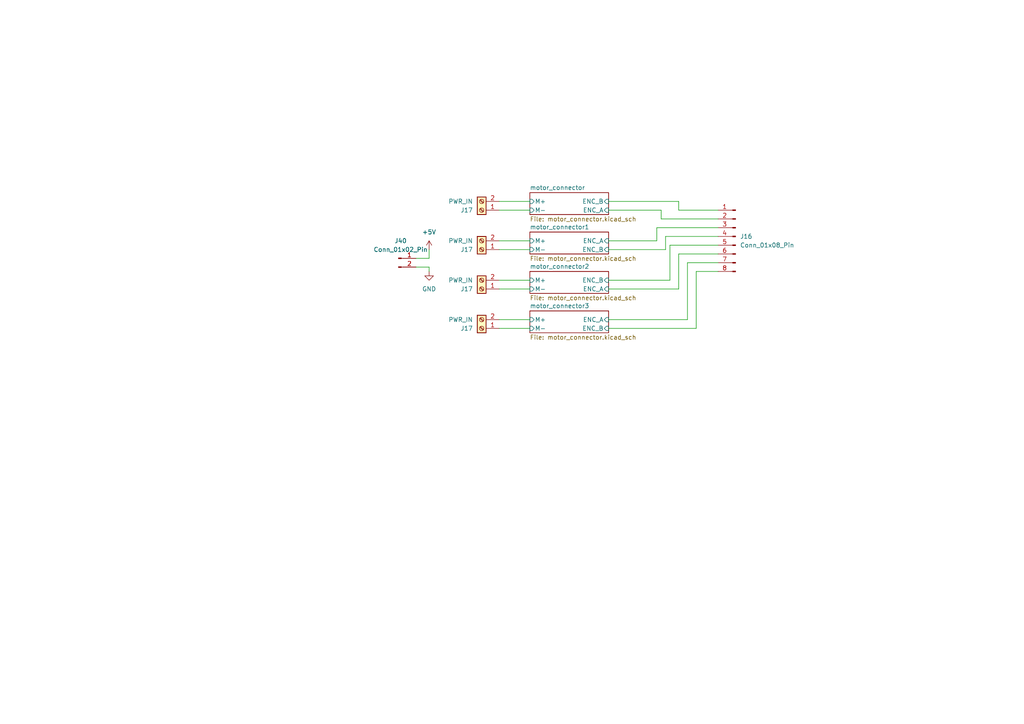
<source format=kicad_sch>
(kicad_sch (version 20230121) (generator eeschema)
  (paper "A4")
  (lib_symbols
    (symbol "Connector:Conn_01x02_Pin" (pin_names (offset 1.016) hide)
      (property "Reference" "J" (at 0 2.54 0))
      (property "Value" "Conn_01x02_Pin" (at 0 -5.08 0))
      (symbol "Conn_01x02_Pin_1_1"
        (polyline (pts (xy 1.27 -2.54) (xy 0.8636 -2.54)) (stroke (width 0.1524)))
        (polyline (pts (xy 1.27 0) (xy 0.8636 0)) (stroke (width 0.1524)))
        (rectangle (start 0.8636 -2.413) (end 0 -2.667) (stroke (width 0.1524)) (fill (type outline)))
        (rectangle (start 0.8636 0.127) (end 0 -0.127) (stroke (width 0.1524)) (fill (type outline)))
        (pin passive line (at 5.08 0 180) (length 3.81) (name "Pin_1") (number "1"))
        (pin passive line (at 5.08 -2.54 180) (length 3.81) (name "Pin_2") (number "2"))
      )
    )
    (symbol "Connector:Conn_01x08_Pin" (pin_names (offset 1.016) hide)
      (property "Reference" "J" (at 0 10.16 0))
      (property "Value" "Conn_01x08_Pin" (at 0 -12.7 0))
      (symbol "Conn_01x08_Pin_1_1"
        (polyline (pts (xy 1.27 -10.16) (xy 0.8636 -10.16)) (stroke (width 0.1524)))
        (polyline (pts (xy 1.27 -7.62) (xy 0.8636 -7.62)) (stroke (width 0.1524)))
        (polyline (pts (xy 1.27 -5.08) (xy 0.8636 -5.08)) (stroke (width 0.1524)))
        (polyline (pts (xy 1.27 -2.54) (xy 0.8636 -2.54)) (stroke (width 0.1524)))
        (polyline (pts (xy 1.27 0) (xy 0.8636 0)) (stroke (width 0.1524)))
        (polyline (pts (xy 1.27 2.54) (xy 0.8636 2.54)) (stroke (width 0.1524)))
        (polyline (pts (xy 1.27 5.08) (xy 0.8636 5.08)) (stroke (width 0.1524)))
        (polyline (pts (xy 1.27 7.62) (xy 0.8636 7.62)) (stroke (width 0.1524)))
        (rectangle (start 0.8636 -10.033) (end 0 -10.287) (stroke (width 0.1524)) (fill (type outline)))
        (rectangle (start 0.8636 -7.493) (end 0 -7.747) (stroke (width 0.1524)) (fill (type outline)))
        (rectangle (start 0.8636 -4.953) (end 0 -5.207) (stroke (width 0.1524)) (fill (type outline)))
        (rectangle (start 0.8636 -2.413) (end 0 -2.667) (stroke (width 0.1524)) (fill (type outline)))
        (rectangle (start 0.8636 0.127) (end 0 -0.127) (stroke (width 0.1524)) (fill (type outline)))
        (rectangle (start 0.8636 2.667) (end 0 2.413) (stroke (width 0.1524)) (fill (type outline)))
        (rectangle (start 0.8636 5.207) (end 0 4.953) (stroke (width 0.1524)) (fill (type outline)))
        (rectangle (start 0.8636 7.747) (end 0 7.493) (stroke (width 0.1524)) (fill (type outline)))
        (pin passive line (at 5.08 7.62 180) (length 3.81) (name "Pin_1") (number "1"))
        (pin passive line (at 5.08 5.08 180) (length 3.81) (name "Pin_2") (number "2"))
        (pin passive line (at 5.08 2.54 180) (length 3.81) (name "Pin_3") (number "3"))
        (pin passive line (at 5.08 0 180) (length 3.81) (name "Pin_4") (number "4"))
        (pin passive line (at 5.08 -2.54 180) (length 3.81) (name "Pin_5") (number "5"))
        (pin passive line (at 5.08 -5.08 180) (length 3.81) (name "Pin_6") (number "6"))
        (pin passive line (at 5.08 -7.62 180) (length 3.81) (name "Pin_7") (number "7"))
        (pin passive line (at 5.08 -10.16 180) (length 3.81) (name "Pin_8") (number "8"))
      )
    )
    (symbol "Connector:Screw_Terminal_01x02" (pin_names (offset 1.016) hide)
      (property "Reference" "J" (at 0 2.54 0))
      (property "Value" "Screw_Terminal_01x02" (at 0 -5.08 0))
      (symbol "Screw_Terminal_01x02_1_1"
        (rectangle (start -1.27 1.27) (end 1.27 -3.81) (stroke (width 0.254)) (fill (type background)))
        (circle (center 0 -2.54) (radius 0.635) (stroke (width 0.1524)))
        (polyline (pts (xy -0.5334 -2.2098) (xy 0.3302 -3.048)) (stroke (width 0.1524)))
        (polyline (pts (xy -0.5334 0.3302) (xy 0.3302 -0.508)) (stroke (width 0.1524)))
        (polyline (pts (xy -0.3556 -2.032) (xy 0.508 -2.8702)) (stroke (width 0.1524)))
        (polyline (pts (xy -0.3556 0.508) (xy 0.508 -0.3302)) (stroke (width 0.1524)))
        (circle (center 0 0) (radius 0.635) (stroke (width 0.1524)))
        (pin passive line (at -5.08 0 0) (length 3.81) (name "Pin_1") (number "1"))
        (pin passive line (at -5.08 -2.54 0) (length 3.81) (name "Pin_2") (number "2"))
      )
    )
    (symbol "power:+5V" (power) (pin_names (offset 0))
      (property "Value" "+5V" (at 0 3.556 0))
      (symbol "+5V_0_1"
        (polyline (pts (xy -0.762 1.27) (xy 0 2.54)))
        (polyline (pts (xy 0 0) (xy 0 2.54)))
        (polyline (pts (xy 0 2.54) (xy 0.762 1.27)))
      )
      (symbol "+5V_1_1"
        (pin power_in line (at 0 0 90) (length 0) hide (name "+5V") (number "1"))
      )
    )
    (symbol "power:GND" (power) (pin_names (offset 0))
      (property "Value" "GND" (at 0 -3.81 0))
      (symbol "GND_0_1"
        (polyline (pts (xy 0 0) (xy 0 -1.27) (xy 1.27 -1.27) (xy 0 -2.54) (xy -1.27 -1.27) (xy 0 -1.27)))
      )
      (symbol "GND_1_1"
        (pin power_in line (at 0 0 270) (length 0) hide (name "GND") (number "1"))
      )
    )
  )
  (wire (pts (xy 176.53 60.96) (xy 191.77 60.96)))
  (wire (pts (xy 144.78 83.82) (xy 153.67 83.82)))
  (wire (pts (xy 196.85 60.96) (xy 208.28 60.96)))
  (wire (pts (xy 201.93 78.74) (xy 201.93 95.25)))
  (wire (pts (xy 193.04 68.58) (xy 193.04 72.39)))
  (wire (pts (xy 176.53 69.85) (xy 190.5 69.85)))
  (wire (pts (xy 208.28 68.58) (xy 193.04 68.58)))
  (wire (pts (xy 144.78 58.42) (xy 153.67 58.42)))
  (wire (pts (xy 196.85 83.82) (xy 176.53 83.82)))
  (wire (pts (xy 176.53 58.42) (xy 196.85 58.42)))
  (wire (pts (xy 124.46 72.39) (xy 124.46 74.93)))
  (wire (pts (xy 193.04 72.39) (xy 176.53 72.39)))
  (wire (pts (xy 199.39 76.2) (xy 208.28 76.2)))
  (wire (pts (xy 144.78 60.96) (xy 153.67 60.96)))
  (wire (pts (xy 144.78 72.39) (xy 153.67 72.39)))
  (wire (pts (xy 144.78 81.28) (xy 153.67 81.28)))
  (wire (pts (xy 196.85 73.66) (xy 196.85 83.82)))
  (wire (pts (xy 176.53 81.28) (xy 194.31 81.28)))
  (wire (pts (xy 176.53 92.71) (xy 199.39 92.71)))
  (wire (pts (xy 191.77 60.96) (xy 191.77 63.5)))
  (wire (pts (xy 124.46 78.74) (xy 124.46 77.47)))
  (wire (pts (xy 190.5 66.04) (xy 208.28 66.04)))
  (wire (pts (xy 194.31 71.12) (xy 208.28 71.12)))
  (wire (pts (xy 208.28 78.74) (xy 201.93 78.74)))
  (wire (pts (xy 124.46 77.47) (xy 120.65 77.47)))
  (wire (pts (xy 191.77 63.5) (xy 208.28 63.5)))
  (wire (pts (xy 199.39 92.71) (xy 199.39 76.2)))
  (wire (pts (xy 190.5 69.85) (xy 190.5 66.04)))
  (wire (pts (xy 201.93 95.25) (xy 176.53 95.25)))
  (wire (pts (xy 208.28 73.66) (xy 196.85 73.66)))
  (wire (pts (xy 194.31 81.28) (xy 194.31 71.12)))
  (wire (pts (xy 196.85 58.42) (xy 196.85 60.96)))
  (wire (pts (xy 144.78 95.25) (xy 153.67 95.25)))
  (wire (pts (xy 144.78 92.71) (xy 153.67 92.71)))
  (wire (pts (xy 124.46 74.93) (xy 120.65 74.93)))
  (wire (pts (xy 144.78 69.85) (xy 153.67 69.85)))
  (symbol (lib_id "Connector:Screw_Terminal_01x02") (at 139.7 60.96 180) (unit 1)
    (property "Reference" "J17" (at 137.16 60.96 0) (effects (justify left)))
    (property "Value" "PWR_IN" (at 137.16 58.42 0) (effects (justify left)))
    (property "Footprint" "TerminalBlock_Phoenix:TerminalBlock_Phoenix_PT-1,5-2-5.0-H_1x02_P5.00mm_Horizontal" (effects hide))
    (property "LCSC" "C557646" (effects hide))
    (instances (project "mirte-master" (path "" (reference "J17") (unit 1)) (path "" (reference "J15") (unit 1)) (path "" (reference "J31") (unit 1))))
  )
  (symbol (lib_id "Connector:Conn_01x08_Pin") (at 213.36 68.58 0) (mirror y) (unit 1)
    (property "Reference" "J16" (at 214.63 68.58 0) (effects (justify right)))
    (property "Value" "Conn_01x08_Pin" (at 214.63 71.12 0) (effects (justify right)))
    (property "Footprint" "Connector_JST:JST_XH_B8B-XH-A_1x08_P2.50mm_Vertical" (effects hide))
  )
  (symbol (lib_id "Connector:Screw_Terminal_01x02") (at 139.7 83.82 180) (unit 1)
    (property "Reference" "J17" (at 137.16 83.82 0) (effects (justify left)))
    (property "Value" "PWR_IN" (at 137.16 81.28 0) (effects (justify left)))
    (property "Footprint" "TerminalBlock_Phoenix:TerminalBlock_Phoenix_PT-1,5-2-5.0-H_1x02_P5.00mm_Horizontal" (effects hide))
    (property "LCSC" "C557646" (effects hide))
    (instances (project "mirte-master" (path "" (reference "J17") (unit 1)) (path "" (reference "J15") (unit 1)) (path "" (reference "J30") (unit 1))))
  )
  (symbol (lib_id "Connector:Screw_Terminal_01x02") (at 139.7 95.25 180) (unit 1)
    (property "Reference" "J17" (at 137.16 95.25 0) (effects (justify left)))
    (property "Value" "PWR_IN" (at 137.16 92.71 0) (effects (justify left)))
    (property "Footprint" "TerminalBlock_Phoenix:TerminalBlock_Phoenix_PT-1,5-2-5.0-H_1x02_P5.00mm_Horizontal" (effects hide))
    (property "LCSC" "C557646" (effects hide))
    (instances (project "mirte-master" (path "" (reference "J17") (unit 1)) (path "" (reference "J15") (unit 1)) (path "" (reference "J33") (unit 1))))
  )
  (symbol (lib_id "Connector:Screw_Terminal_01x02") (at 139.7 72.39 180) (unit 1)
    (property "Reference" "J17" (at 137.16 72.39 0) (effects (justify left)))
    (property "Value" "PWR_IN" (at 137.16 69.85 0) (effects (justify left)))
    (property "Footprint" "TerminalBlock_Phoenix:TerminalBlock_Phoenix_PT-1,5-2-5.0-H_1x02_P5.00mm_Horizontal" (effects hide))
    (property "LCSC" "C557646" (effects hide))
    (instances (project "mirte-master" (path "" (reference "J17") (unit 1)) (path "" (reference "J15") (unit 1)) (path "" (reference "J28") (unit 1))))
  )
  (symbol (lib_id "Connector:Conn_01x02_Pin") (at 115.57 74.93 0) (unit 1)
    (property "Reference" "J40" (at 116.205 69.85 0))
    (property "Value" "Conn_01x02_Pin" (at 116.205 72.39 0))
    (property "Footprint" "Connector_JST:JST_XH_B2B-XH-A_1x02_P2.50mm_Vertical" (effects hide))
    (instances (project "mirte-master" (path "" (reference "J40") (unit 1)) (path "" (reference "J41") (unit 1))))
  )
  (symbol (lib_id "power:+5V") (at 124.46 72.39 0) (unit 1)
    (property "Reference" "#PWR079" (effects hide))
    (property "Value" "+5V" (at 124.46 67.31 0))
    (instances (project "mirte-master" (path "" (reference "#PWR079") (unit 1)) (path "" (reference "#PWR080") (unit 1))))
  )
  (symbol (lib_id "power:GND") (at 124.46 78.74 0) (unit 1)
    (property "Reference" "#PWR078" (effects hide))
    (property "Value" "GND" (at 124.46 83.82 0))
    (instances (project "mirte-master" (path "" (reference "#PWR078") (unit 1)) (path "" (reference "#PWR081") (unit 1))))
  )
  (sheet (at 153.67 90.17) (size 22.86 6.35) (stroke (width 0.1524))
    (property "Sheetname" "motor_connector3" (at 153.67 89.4584 0) (effects (justify left bottom)))
    (property "Sheetfile" "motor_connector.kicad_sch" (at 153.67 97.1046 0) (effects (justify left top)))
    (pin "M-" input (at 153.67 95.25 180))
    (pin "ENC_A" input (at 176.53 92.71 0))
    (pin "M+" input (at 153.67 92.71 180))
    (pin "ENC_B" input (at 176.53 95.25 0))
  )
  (sheet (at 153.67 55.88) (size 22.86 6.35) (stroke (width 0.1524))
    (property "Sheetname" "motor_connector" (at 153.67 55.1684 0) (effects (justify left bottom)))
    (property "Sheetfile" "motor_connector.kicad_sch" (at 153.67 62.8146 0) (effects (justify left top)))
    (pin "M-" input (at 153.67 60.96 180))
    (pin "ENC_A" input (at 176.53 60.96 0))
    (pin "M+" input (at 153.67 58.42 180))
    (pin "ENC_B" input (at 176.53 58.42 0))
  )
  (sheet (at 153.67 67.31) (size 22.86 6.35) (stroke (width 0.1524))
    (property "Sheetname" "motor_connector1" (at 153.67 66.5984 0) (effects (justify left bottom)))
    (property "Sheetfile" "motor_connector.kicad_sch" (at 153.67 74.2446 0) (effects (justify left top)))
    (pin "M-" input (at 153.67 72.39 180))
    (pin "ENC_A" input (at 176.53 69.85 0))
    (pin "M+" input (at 153.67 69.85 180))
    (pin "ENC_B" input (at 176.53 72.39 0))
  )
  (sheet (at 153.67 78.74) (size 22.86 6.35) (stroke (width 0.1524))
    (property "Sheetname" "motor_connector2" (at 153.67 78.0284 0) (effects (justify left bottom)))
    (property "Sheetfile" "motor_connector.kicad_sch" (at 153.67 85.6746 0) (effects (justify left top)))
    (pin "M-" input (at 153.67 83.82 180))
    (pin "ENC_A" input (at 176.53 83.82 0))
    (pin "M+" input (at 153.67 81.28 180))
    (pin "ENC_B" input (at 176.53 81.28 0))
  )
)
</source>
